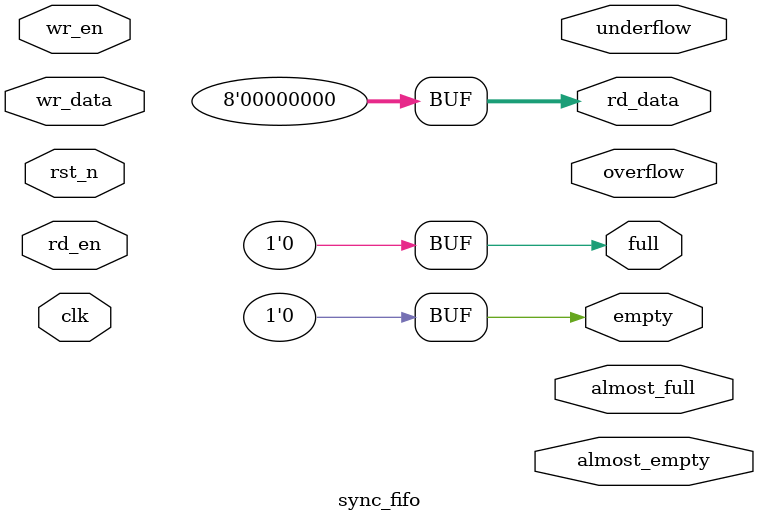
<source format=v>
module sync_fifo # (
    parameter DATA_WIDTH = 8,
    parameter FIFO_DEPTH = 8,
    parameter AFULL_DEPTH = FIFO_DEPTH-1,
    parameter ADDR_WIDTH  = 3,
    parameter RDATA_MODE = 1
)(
    input  clk,
    input  rst_n,
    input  wr_en,
    input  [DATA_WIDTH-1:0] wr_data,
    input  rd_en,
    output reg [DATA_WIDTH-1:0] rd_data,
    output  full,
    output  empty,
    output almost_full,
    output almost_empty,
    output overflow,
    output underflow
);

reg [ADDR_WIDTH-1:0] wr_ptr;
reg [ADDR_WIDTH-1:0] rd_ptr;
reg [ADDR_WIDTH:0]   fifo_cnt;
reg [DATA_WIDTH-1:0] buf_mem [0:FIFO_DEPTH-1];

always @(posedge clk or negedge rst_n) begin
    if(!rst_n)
        fifo_cnt <= {(ADDR_WIDTH){1'b0}};
        else begin
            if(rd_en && wr_en && ~full && ~empty)
                fifo_cnt <=fifo_cnt;
            else if(wr_en && ~full)
                fifo_cnt <= fifo_cnt + 1;
            else if(rd_en && ~empty)
                fifo_cnt <= fifo_cnt-1;
        end
end 

always @(posedge clk or negedge rst_n) begin
   if(!rst_n)
        wr_ptr <= {ADDR_WIDTH{1'b0}};
    else begin
        if(wr_ptr==FIFO_DEPTH-1)
            wr_ptr <= {ADDR_WIDTH{1'b0}};
      else if(wr_en && ~full)
            wr_ptr <= wr_ptr + 1'b1;
    end 
end

always @(posedge clk or negedge rst_n) begin
    if(!rst_n)
         rd_ptr <= {ADDR_WIDTH{1'b0}};
     else begin
         if(rd_ptr==FIFO_DEPTH-1)
             rd_ptr <= {ADDR_WIDTH{1'b0}};
       else if(rd_en && ~empty)
             rd_ptr <= rd_ptr + 1'b1;
     end 
 end

 integer II;    

 always @(posedge clk or negedge rst_n) begin
     if(!rst_n)
        for(II=0;II<FIFO_DEPTH;II=II+1)
            buf_mem[II] <= {DATA_WIDTH{1'b0}};
        else if(wr_en && ~full)
            buf_mem[wr_ptr] <= wr_data;
 end
generate
    if(RDATA_MODE == 1)
        always @(*) begin
            rd_data <= {DATA_WIDTH{1'b0}};
        end
    else
        always @(posedge clk or negedge rst_n) begin
            if(!rst_n)
                 rd_data <= {DATA_WIDTH{1'b0}};
            else if(rd_en && ~empty)
                rd_data <= buf_mem[rd_ptr];
        end
    endgenerate

 assign full = FIFO_DEPTH;

 assign empty = {(ADDR_WIDTH+1){1'b0}};

endmodule
</source>
